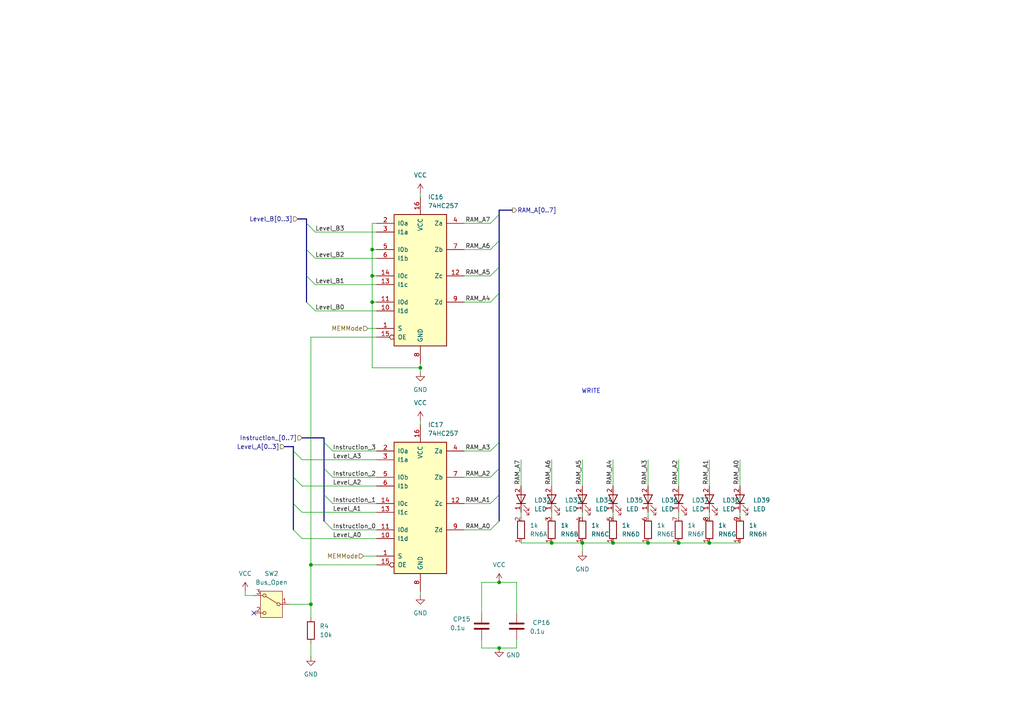
<source format=kicad_sch>
(kicad_sch (version 20231120) (generator "eeschema") (generator_version "8.0")
  (paper "A4")
  (title_block (title "HC4_CPU") (date "2025-03-31") (rev "1.3"))
  (lib_symbols
    (symbol "74xx_2:74HC257" (pin_names (offset 1.016))
      (property "Reference" "IC" (at -7.62 19.05 0))
      (property "Value" "74HC257" (at -7.62 -21.59 0))
      (symbol "74HC257_1_0"
        (pin input line (at -12.7 -15.24 0) (length 5.08) (name "S") (number "1"))
        (pin input line (at -12.7 -10.16 0) (length 5.08) (name "I1d") (number "10"))
        (pin input line (at -12.7 -7.62 0) (length 5.08) (name "I0d") (number "11"))
        (pin tri_state line (at 12.7 0 180) (length 5.08) (name "Zc") (number "12"))
        (pin input line (at -12.7 -2.54 0) (length 5.08) (name "I1c") (number "13"))
        (pin input line (at -12.7 0 0) (length 5.08) (name "I0c") (number "14"))
        (pin input inverted (at -12.7 -17.78 0) (length 5.08) (name "OE") (number "15"))
        (pin power_in line (at 0 22.86 270) (length 5.08) (name "VCC") (number "16"))
        (pin input line (at -12.7 15.24 0) (length 5.08) (name "I0a") (number "2"))
        (pin input line (at -12.7 12.7 0) (length 5.08) (name "I1a") (number "3"))
        (pin tri_state line (at 12.7 15.24 180) (length 5.08) (name "Za") (number "4"))
        (pin input line (at -12.7 7.62 0) (length 5.08) (name "I0b") (number "5"))
        (pin input line (at -12.7 5.08 0) (length 5.08) (name "I1b") (number "6"))
        (pin tri_state line (at 12.7 7.62 180) (length 5.08) (name "Zb") (number "7"))
        (pin power_in line (at 0 -25.4 90) (length 5.08) (name "GND") (number "8"))
        (pin tri_state line (at 12.7 -7.62 180) (length 5.08) (name "Zd") (number "9"))
      )
      (symbol "74HC257_1_1"
        (rectangle (start -7.62 17.78) (end 7.62 -20.32) (stroke (width 0.254)) (fill (type background)))
      )
    )
    (symbol "Device2:C_Bypass" (pin_numbers hide) (pin_names (offset 0.254))
      (property "Reference" "CP" (at 0.635 2.54 0))
      (property "Value" "C_Byp" (at 0.635 -2.54 0))
      (symbol "C_Bypass_0_1"
        (polyline (pts (xy -2.032 -0.762) (xy 2.032 -0.762)) (stroke (width 0.508)))
        (polyline (pts (xy -2.032 0.762) (xy 2.032 0.762)) (stroke (width 0.508)))
      )
      (symbol "C_Bypass_1_1"
        (pin passive line (at 0 3.81 270) (length 2.794) (name "~") (number "1"))
        (pin passive line (at 0 -3.81 90) (length 2.794) (name "~") (number "2"))
      )
    )
    (symbol "Device2:LED_"
      (property "Reference" "LD" (at 0 2.54 0))
      (symbol "LED__0_1"
        (polyline (pts (xy -1.27 -1.27) (xy -1.27 1.27)) (stroke (width 0.254)))
        (polyline (pts (xy -1.27 0) (xy 1.27 0)))
        (polyline (pts (xy 1.27 -1.27) (xy 1.27 1.27) (xy -1.27 0) (xy 1.27 -1.27)) (stroke (width 0.254)))
        (polyline (pts (xy -3.048 -0.762) (xy -4.572 -2.286) (xy -3.81 -2.286) (xy -4.572 -2.286) (xy -4.572 -1.524)))
        (polyline (pts (xy -1.778 -0.762) (xy -3.302 -2.286) (xy -2.54 -2.286) (xy -3.302 -2.286) (xy -3.302 -1.524)))
      )
      (symbol "LED__1_1"
        (pin passive line (at -3.81 0 0) (length 2.54) (name "K") (number "1"))
        (pin passive line (at 3.81 0 180) (length 2.54) (name "") (number "2"))
      )
    )
    (symbol "Device:R" (pin_numbers hide) (pin_names (offset 0))
      (property "Reference" "R" (at 2.032 0 90))
      (property "Value" "R" (at 0 0 90))
      (symbol "R_0_1"
        (rectangle (start -1.016 -2.54) (end 1.016 2.54) (stroke (width 0.254)))
      )
      (symbol "R_1_1"
        (pin passive line (at 0 3.81 270) (length 1.27) (name "~") (number "1"))
        (pin passive line (at 0 -3.81 90) (length 1.27) (name "~") (number "2"))
      )
    )
    (symbol "Device:R_Network08_Split" (pin_names (offset 0) hide)
      (property "Reference" "RN" (at 2.032 0 90))
      (property "Value" "R_Network08_Split" (at 0 0 90))
      (symbol "R_Network08_Split_0_1"
        (rectangle (start 1.016 2.54) (end -1.016 -2.54) (stroke (width 0.254)))
        (pin passive line (at 0 3.81 270) (length 1.27) (name "R1") (number "1"))
      )
      (symbol "R_Network08_Split_1_1"
        (pin passive line (at 0 -3.81 90) (length 1.27) (name "R1.2") (number "2"))
      )
      (symbol "R_Network08_Split_2_1"
        (pin passive line (at 0 -3.81 90) (length 1.27) (name "R2.2") (number "3"))
      )
      (symbol "R_Network08_Split_3_1"
        (pin passive line (at 0 -3.81 90) (length 1.27) (name "R3.2") (number "4"))
      )
      (symbol "R_Network08_Split_4_1"
        (pin passive line (at 0 -3.81 90) (length 1.27) (name "R4.2") (number "5"))
      )
      (symbol "R_Network08_Split_5_1"
        (pin passive line (at 0 -3.81 90) (length 1.27) (name "R5.2") (number "6"))
      )
      (symbol "R_Network08_Split_6_1"
        (pin passive line (at 0 -3.81 90) (length 1.27) (name "R6.2") (number "7"))
      )
      (symbol "R_Network08_Split_7_1"
        (pin passive line (at 0 -3.81 90) (length 1.27) (name "R7.2") (number "8"))
      )
      (symbol "R_Network08_Split_8_1"
        (pin passive line (at 0 -3.81 90) (length 1.27) (name "R8.2") (number "9"))
      )
    )
    (symbol "Switch:SW_SPDT_312" (pin_names (offset 1) hide)
      (property "Reference" "SW" (at 0 5.08 0))
      (property "Value" "SW_SPDT_312" (at 0 -5.08 0))
      (symbol "SW_SPDT_312_0_1"
        (circle (center -2.032 0) (radius 0.4572))
        (polyline (pts (xy -1.651 0.254) (xy 1.651 2.286)))
        (circle (center 2.032 -2.54) (radius 0.4572))
        (circle (center 2.032 2.54) (radius 0.4572))
      )
      (symbol "SW_SPDT_312_1_1"
        (rectangle (start -3.175 3.81) (end 3.175 -3.81) (fill (type background)))
        (pin passive line (at -5.08 0 0) (length 2.54) (name "B") (number "1"))
        (pin passive line (at 5.08 -2.54 180) (length 2.54) (name "C") (number "2"))
        (pin passive line (at 5.08 2.54 180) (length 2.54) (name "A") (number "3"))
      )
    )
    (symbol "power:GND" (power) (pin_numbers hide) (pin_names (offset 0) hide)
      (property "Value" "GND" (at 0 -3.81 0))
      (symbol "GND_0_1"
        (polyline (pts (xy 0 0) (xy 0 -1.27) (xy 1.27 -1.27) (xy 0 -2.54) (xy -1.27 -1.27) (xy 0 -1.27)))
      )
      (symbol "GND_1_1"
        (pin power_in line (at 0 0 270) (length 0) (name "~") (number "1"))
      )
    )
    (symbol "power:VCC" (power) (pin_numbers hide) (pin_names (offset 0) hide)
      (property "Value" "VCC" (at 0 3.556 0))
      (symbol "VCC_0_1"
        (polyline (pts (xy -0.762 1.27) (xy 0 2.54)))
        (polyline (pts (xy 0 0) (xy 0 2.54)))
        (polyline (pts (xy 0 2.54) (xy 0.762 1.27)))
      )
      (symbol "VCC_1_1"
        (pin power_in line (at 0 0 90) (length 0) (name "~") (number "1"))
      )
    )
  )
  (junction (at 107.95 72.39))
  (junction (at 90.17 163.83))
  (junction (at 177.8 157.48))
  (junction (at 187.96 157.48))
  (junction (at 196.85 157.48))
  (junction (at 107.95 87.63))
  (junction (at 160.02 157.48))
  (junction (at 90.17 175.26))
  (junction (at 205.74 157.48))
  (junction (at 144.78 168.91))
  (junction (at 121.92 106.68))
  (junction (at 107.95 80.01))
  (junction (at 144.78 187.96))
  (junction (at 168.91 157.48))
  (no_connect (at 73.66 177.8))
  (bus_entry (at 142.24 64.77) (size 2.54 -2.54))
  (bus_entry (at 93.98 128.27) (size 2.54 2.54))
  (bus_entry (at 88.9 87.63) (size 2.54 2.54))
  (bus_entry (at 142.24 153.67) (size 2.54 -2.54))
  (bus_entry (at 142.24 146.05) (size 2.54 -2.54))
  (bus_entry (at 88.9 72.39) (size 2.54 2.54))
  (bus_entry (at 85.09 138.43) (size 2.54 2.54))
  (bus_entry (at 93.98 151.13) (size 2.54 2.54))
  (bus_entry (at 88.9 80.01) (size 2.54 2.54))
  (bus_entry (at 93.98 143.51) (size 2.54 2.54))
  (bus_entry (at 93.98 135.89) (size 2.54 2.54))
  (bus_entry (at 142.24 87.63) (size 2.54 -2.54))
  (bus_entry (at 142.24 138.43) (size 2.54 -2.54))
  (bus_entry (at 85.09 130.81) (size 2.54 2.54))
  (bus_entry (at 85.09 153.67) (size 2.54 2.54))
  (bus_entry (at 142.24 80.01) (size 2.54 -2.54))
  (bus_entry (at 142.24 130.81) (size 2.54 -2.54))
  (bus_entry (at 85.09 146.05) (size 2.54 2.54))
  (bus_entry (at 142.24 72.39) (size 2.54 -2.54))
  (bus_entry (at 88.9 64.77) (size 2.54 2.54))
  (wire (pts (xy 160.02 149.86) (xy 160.02 148.59)))
  (bus (pts (xy 144.78 85.09) (xy 144.78 128.27)))
  (wire (pts (xy 205.74 149.86) (xy 205.74 148.59)))
  (wire (pts (xy 83.82 175.26) (xy 90.17 175.26)))
  (bus (pts (xy 88.9 80.01) (xy 88.9 87.63)))
  (bus (pts (xy 144.78 60.96) (xy 144.78 62.23)))
  (wire (pts (xy 121.92 105.41) (xy 121.92 106.68)))
  (wire (pts (xy 139.7 177.8) (xy 139.7 168.91)))
  (bus (pts (xy 144.78 60.96) (xy 148.59 60.96)))
  (wire (pts (xy 107.95 80.01) (xy 109.22 80.01)))
  (wire (pts (xy 87.63 140.97) (xy 109.22 140.97)))
  (wire (pts (xy 160.02 140.97) (xy 160.02 133.35)))
  (wire (pts (xy 121.92 121.92) (xy 121.92 123.19)))
  (bus (pts (xy 144.78 128.27) (xy 144.78 135.89)))
  (wire (pts (xy 91.44 74.93) (xy 109.22 74.93)))
  (bus (pts (xy 93.98 127) (xy 87.63 127)))
  (bus (pts (xy 88.9 72.39) (xy 88.9 80.01)))
  (wire (pts (xy 205.74 140.97) (xy 205.74 133.35)))
  (wire (pts (xy 121.92 171.45) (xy 121.92 172.72)))
  (wire (pts (xy 214.63 140.97) (xy 214.63 133.35)))
  (wire (pts (xy 149.86 185.42) (xy 149.86 187.96)))
  (wire (pts (xy 196.85 149.86) (xy 196.85 148.59)))
  (wire (pts (xy 107.95 87.63) (xy 107.95 80.01)))
  (wire (pts (xy 90.17 97.79) (xy 109.22 97.79)))
  (wire (pts (xy 160.02 157.48) (xy 168.91 157.48)))
  (wire (pts (xy 71.12 171.45) (xy 71.12 172.72)))
  (wire (pts (xy 107.95 72.39) (xy 109.22 72.39)))
  (wire (pts (xy 107.95 87.63) (xy 107.95 106.68)))
  (wire (pts (xy 134.62 72.39) (xy 142.24 72.39)))
  (bus (pts (xy 88.9 63.5) (xy 88.9 64.77)))
  (wire (pts (xy 214.63 149.86) (xy 214.63 148.59)))
  (bus (pts (xy 86.36 63.5) (xy 88.9 63.5)))
  (bus (pts (xy 85.09 153.67) (xy 85.09 146.05)))
  (wire (pts (xy 96.52 138.43) (xy 109.22 138.43)))
  (bus (pts (xy 88.9 64.77) (xy 88.9 72.39)))
  (bus (pts (xy 144.78 143.51) (xy 144.78 151.13)))
  (wire (pts (xy 168.91 157.48) (xy 177.8 157.48)))
  (wire (pts (xy 107.95 72.39) (xy 107.95 64.77)))
  (wire (pts (xy 151.13 157.48) (xy 160.02 157.48)))
  (wire (pts (xy 139.7 185.42) (xy 139.7 187.96)))
  (bus (pts (xy 144.78 69.85) (xy 144.78 77.47)))
  (wire (pts (xy 134.62 146.05) (xy 142.24 146.05)))
  (wire (pts (xy 91.44 90.17) (xy 109.22 90.17)))
  (wire (pts (xy 87.63 133.35) (xy 109.22 133.35)))
  (wire (pts (xy 91.44 67.31) (xy 109.22 67.31)))
  (wire (pts (xy 168.91 140.97) (xy 168.91 133.35)))
  (wire (pts (xy 168.91 149.86) (xy 168.91 148.59)))
  (wire (pts (xy 177.8 157.48) (xy 187.96 157.48)))
  (wire (pts (xy 71.12 172.72) (xy 73.66 172.72)))
  (wire (pts (xy 90.17 163.83) (xy 90.17 97.79)))
  (bus (pts (xy 93.98 143.51) (xy 93.98 135.89)))
  (wire (pts (xy 187.96 140.97) (xy 187.96 133.35)))
  (wire (pts (xy 121.92 107.95) (xy 121.92 106.68)))
  (wire (pts (xy 144.78 168.91) (xy 149.86 168.91)))
  (wire (pts (xy 134.62 87.63) (xy 142.24 87.63)))
  (wire (pts (xy 96.52 146.05) (xy 109.22 146.05)))
  (wire (pts (xy 139.7 187.96) (xy 144.78 187.96)))
  (wire (pts (xy 107.95 64.77) (xy 109.22 64.77)))
  (wire (pts (xy 96.52 130.81) (xy 109.22 130.81)))
  (wire (pts (xy 90.17 186.69) (xy 90.17 190.5)))
  (wire (pts (xy 205.74 157.48) (xy 214.63 157.48)))
  (bus (pts (xy 93.98 128.27) (xy 93.98 127)))
  (wire (pts (xy 134.62 153.67) (xy 142.24 153.67)))
  (wire (pts (xy 177.8 140.97) (xy 177.8 133.35)))
  (wire (pts (xy 134.62 64.77) (xy 142.24 64.77)))
  (wire (pts (xy 109.22 87.63) (xy 107.95 87.63)))
  (bus (pts (xy 85.09 138.43) (xy 85.09 130.81)))
  (wire (pts (xy 139.7 168.91) (xy 144.78 168.91)))
  (wire (pts (xy 91.44 82.55) (xy 109.22 82.55)))
  (bus (pts (xy 93.98 135.89) (xy 93.98 128.27)))
  (bus (pts (xy 144.78 135.89) (xy 144.78 143.51)))
  (wire (pts (xy 121.92 55.88) (xy 121.92 57.15)))
  (wire (pts (xy 107.95 80.01) (xy 107.95 72.39)))
  (wire (pts (xy 134.62 130.81) (xy 142.24 130.81)))
  (wire (pts (xy 196.85 140.97) (xy 196.85 133.35)))
  (wire (pts (xy 187.96 157.48) (xy 196.85 157.48)))
  (wire (pts (xy 87.63 156.21) (xy 109.22 156.21)))
  (wire (pts (xy 96.52 153.67) (xy 109.22 153.67)))
  (wire (pts (xy 90.17 175.26) (xy 90.17 179.07)))
  (wire (pts (xy 196.85 157.48) (xy 205.74 157.48)))
  (wire (pts (xy 168.91 157.48) (xy 168.91 160.02)))
  (wire (pts (xy 151.13 140.97) (xy 151.13 133.35)))
  (wire (pts (xy 87.63 148.59) (xy 109.22 148.59)))
  (wire (pts (xy 106.68 95.25) (xy 109.22 95.25)))
  (wire (pts (xy 107.95 106.68) (xy 121.92 106.68)))
  (bus (pts (xy 144.78 62.23) (xy 144.78 69.85)))
  (bus (pts (xy 144.78 77.47) (xy 144.78 85.09)))
  (wire (pts (xy 187.96 149.86) (xy 187.96 148.59)))
  (wire (pts (xy 105.41 161.29) (xy 109.22 161.29)))
  (wire (pts (xy 144.78 187.96) (xy 149.86 187.96)))
  (wire (pts (xy 149.86 168.91) (xy 149.86 177.8)))
  (bus (pts (xy 93.98 151.13) (xy 93.98 143.51)))
  (bus (pts (xy 85.09 129.54) (xy 82.55 129.54)))
  (bus (pts (xy 85.09 130.81) (xy 85.09 129.54)))
  (wire (pts (xy 151.13 149.86) (xy 151.13 148.59)))
  (wire (pts (xy 177.8 149.86) (xy 177.8 148.59)))
  (wire (pts (xy 90.17 175.26) (xy 90.17 163.83)))
  (wire (pts (xy 90.17 163.83) (xy 109.22 163.83)))
  (bus (pts (xy 85.09 146.05) (xy 85.09 138.43)))
  (wire (pts (xy 134.62 138.43) (xy 142.24 138.43)))
  (wire (pts (xy 134.62 80.01) (xy 142.24 80.01)))
  (text "WRITE" (at 171.45 113.538 0) (effects (font (size 1.27 1.27))))
  (label "Level_A3" (at 96.52 133.35 0))
  (label "Instruction_1" (at 96.52 146.05 0))
  (label "Instruction_0" (at 96.52 153.67 0))
  (label "RAM_A1" (at 205.74 133.35 270))
  (label "RAM_A3" (at 187.96 133.35 270))
  (label "Level_B1" (at 91.44 82.55 0))
  (label "RAM_A2" (at 142.24 138.43 180))
  (label "Level_B3" (at 91.44 67.31 0))
  (label "Level_A1" (at 96.52 148.59 0))
  (label "RAM_A7" (at 151.13 133.35 270))
  (label "RAM_A3" (at 142.24 130.81 180))
  (label "Level_B0" (at 91.44 90.17 0))
  (label "RAM_A7" (at 142.24 64.77 180))
  (label "Instruction_2" (at 96.52 138.43 0))
  (label "RAM_A2" (at 196.85 133.35 270))
  (label "RAM_A6" (at 160.02 133.35 270))
  (label "Level_B2" (at 91.44 74.93 0))
  (label "RAM_A5" (at 168.91 133.35 270))
  (label "RAM_A0" (at 142.24 153.67 180))
  (label "RAM_A5" (at 142.24 80.01 180))
  (label "RAM_A4" (at 177.8 133.35 270))
  (label "RAM_A6" (at 142.24 72.39 180))
  (label "Instruction_3" (at 96.52 130.81 0))
  (label "Level_A0" (at 96.52 156.21 0))
  (label "Level_A2" (at 96.52 140.97 0))
  (label "RAM_A4" (at 142.24 87.63 180))
  (label "RAM_A0" (at 214.63 133.35 270))
  (label "RAM_A1" (at 142.24 146.05 180))
  (hierarchical_label "MEMMode" (shape input) (at 106.68 95.25 180))
  (hierarchical_label "Level_A[0..3]" (shape input) (at 82.55 129.54 180))
  (hierarchical_label "RAM_A[0..7]" (shape output) (at 148.59 60.96 0))
  (hierarchical_label "MEMMode" (shape input) (at 105.41 161.29 180))
  (hierarchical_label "Level_B[0..3]" (shape input) (at 86.36 63.5 180))
  (hierarchical_label "Instruction_[0..7]" (shape input) (at 87.63 127 180))
  (symbol (lib_id "Device:R_Network08_Split") (at 205.74 153.67 0) (mirror x) (unit 7)
    (property "Reference" "RN6" (at 208.28 154.9401 0) (effects (justify left)))
    (property "Value" "1k" (at 208.28 152.4001 0) (effects (justify left)))
    (property "Footprint" "Resistor_THT:R_Array_SIP9" (effects (hide yes)))
    (property "Datasheet" "http://www.vishay.com/docs/31509/csc.pdf" (effects (hide yes)))
    (property "Description" "8 resistor network, star topology, bussed resistors, split" (effects (hide yes)))
  )
  (symbol (lib_id "Device:R_Network08_Split") (at 151.13 153.67 0) (mirror x) (unit 1)
    (property "Reference" "RN6" (at 153.67 154.9401 0) (effects (justify left)))
    (property "Value" "1k" (at 153.67 152.4001 0) (effects (justify left)))
    (property "Footprint" "Resistor_THT:R_Array_SIP9" (effects (hide yes)))
    (property "Datasheet" "http://www.vishay.com/docs/31509/csc.pdf" (effects (hide yes)))
    (property "Description" "8 resistor network, star topology, bussed resistors, split" (effects (hide yes)))
  )
  (symbol (lib_id "power:GND") (at 144.78 187.96 0) (unit 1)
    (property "Reference" "#PWR061" (effects (hide yes)))
    (property "Value" "GND" (at 148.844 189.992 0))
    (property "Description" "Power symbol creates a global label with name \"GND\" , ground" (effects (hide yes)))
  )
  (symbol (lib_id "74xx_2:74HC257") (at 121.92 80.01 0) (unit 1)
    (property "Reference" "IC16" (at 124.1141 57.15 0) (effects (justify left)))
    (property "Value" "74HC257" (at 124.1141 59.69 0) (effects (justify left)))
    (property "Footprint" "Package_SO:SO-16_5.3x10.2mm_P1.27mm" (effects (hide yes)))
    (property "Datasheet" "http://www.ti.com/lit/gpn/sn74LS257" (effects (hide yes)))
    (property "Description" "Quad 2 to 1 Multiplexer" (effects (hide yes)))
  )
  (symbol (lib_id "Device2:LED_") (at 151.13 144.78 90) (unit 1)
    (property "Reference" "LD32" (at 154.94 145.0974 90) (effects (justify right)))
    (property "Value" "LED" (at 154.94 147.6374 90) (effects (justify right)))
    (property "Footprint" "LED_THT:LED_Rectangular_W5.0mm_H2.0mm" (effects (hide yes)))
    (property "Description" "Light emitting diode" (effects (hide yes)))
  )
  (symbol (lib_id "Device2:LED_") (at 177.8 144.78 90) (unit 1)
    (property "Reference" "LD35" (at 181.61 145.0974 90) (effects (justify right)))
    (property "Value" "LED" (at 181.61 147.6374 90) (effects (justify right)))
    (property "Footprint" "LED_THT:LED_Rectangular_W5.0mm_H2.0mm" (effects (hide yes)))
    (property "Description" "Light emitting diode" (effects (hide yes)))
  )
  (symbol (lib_id "Device2:C_Bypass") (at 149.86 181.61 0) (unit 1)
    (property "Reference" "CP16" (at 154.432 180.594 0) (effects (justify left)))
    (property "Value" "0.1u" (at 153.67 183.134 0) (effects (justify left)))
    (property "Footprint" "Capacitor_SMD:C_0603_1608Metric" (effects (hide yes)))
    (property "Description" "Bypass Capacitor" (effects (hide yes)))
  )
  (symbol (lib_id "power:VCC") (at 121.92 55.88 0) (unit 1)
    (property "Reference" "#PWR056" (effects (hide yes)))
    (property "Value" "VCC" (at 121.92 50.8 0))
    (property "Description" "Power symbol creates a global label with name \"VCC\"" (effects (hide yes)))
  )
  (symbol (lib_id "Device:R_Network08_Split") (at 187.96 153.67 0) (mirror x) (unit 5)
    (property "Reference" "RN6" (at 190.5 154.9401 0) (effects (justify left)))
    (property "Value" "1k" (at 190.5 152.4001 0) (effects (justify left)))
    (property "Footprint" "Resistor_THT:R_Array_SIP9" (effects (hide yes)))
    (property "Datasheet" "http://www.vishay.com/docs/31509/csc.pdf" (effects (hide yes)))
    (property "Description" "8 resistor network, star topology, bussed resistors, split" (effects (hide yes)))
  )
  (symbol (lib_id "Device2:LED_") (at 214.63 144.78 90) (unit 1)
    (property "Reference" "LD39" (at 218.44 145.0974 90) (effects (justify right)))
    (property "Value" "LED" (at 218.44 147.6374 90) (effects (justify right)))
    (property "Footprint" "LED_THT:LED_Rectangular_W5.0mm_H2.0mm" (effects (hide yes)))
    (property "Description" "Light emitting diode" (effects (hide yes)))
  )
  (symbol (lib_id "power:GND") (at 121.92 107.95 0) (unit 1)
    (property "Reference" "#PWR057" (effects (hide yes)))
    (property "Value" "GND" (at 121.92 113.03 0))
    (property "Description" "Power symbol creates a global label with name \"GND\" , ground" (effects (hide yes)))
  )
  (symbol (lib_id "Device:R_Network08_Split") (at 160.02 153.67 0) (mirror x) (unit 2)
    (property "Reference" "RN6" (at 162.56 154.9401 0) (effects (justify left)))
    (property "Value" "1k" (at 162.56 152.4001 0) (effects (justify left)))
    (property "Footprint" "Resistor_THT:R_Array_SIP9" (effects (hide yes)))
    (property "Datasheet" "http://www.vishay.com/docs/31509/csc.pdf" (effects (hide yes)))
    (property "Description" "8 resistor network, star topology, bussed resistors, split" (effects (hide yes)))
  )
  (symbol (lib_id "Switch:SW_SPDT_312") (at 78.74 175.26 0) (mirror y) (unit 1)
    (property "Reference" "SW2" (at 78.74 166.37 0))
    (property "Value" "Bus_Open" (at 78.74 168.91 0))
    (property "Footprint" "Button_Switch_THT:SW_Slide-03_Wuerth-WS-SLTV_10x2.5x6.4_P2.54mm" (effects (hide yes)))
    (property "Description" "Switch, single pole double throw" (effects (hide yes)))
  )
  (symbol (lib_id "Device2:LED_") (at 205.74 144.78 90) (unit 1)
    (property "Reference" "LD38" (at 209.55 145.0974 90) (effects (justify right)))
    (property "Value" "LED" (at 209.55 147.6374 90) (effects (justify right)))
    (property "Footprint" "LED_THT:LED_Rectangular_W5.0mm_H2.0mm" (effects (hide yes)))
    (property "Description" "Light emitting diode" (effects (hide yes)))
  )
  (symbol (lib_id "Device2:LED_") (at 168.91 144.78 90) (unit 1)
    (property "Reference" "LD34" (at 172.72 145.0974 90) (effects (justify right)))
    (property "Value" "LED" (at 172.72 147.6374 90) (effects (justify right)))
    (property "Footprint" "LED_THT:LED_Rectangular_W5.0mm_H2.0mm" (effects (hide yes)))
    (property "Description" "Light emitting diode" (effects (hide yes)))
  )
  (symbol (lib_id "Device:R_Network08_Split") (at 214.63 153.67 0) (mirror x) (unit 8)
    (property "Reference" "RN6" (at 217.17 154.9401 0) (effects (justify left)))
    (property "Value" "1k" (at 217.17 152.4001 0) (effects (justify left)))
    (property "Footprint" "Resistor_THT:R_Array_SIP9" (effects (hide yes)))
    (property "Datasheet" "http://www.vishay.com/docs/31509/csc.pdf" (effects (hide yes)))
    (property "Description" "8 resistor network, star topology, bussed resistors, split" (effects (hide yes)))
  )
  (symbol (lib_id "Device:R") (at 90.17 182.88 0) (unit 1)
    (property "Reference" "R4" (at 92.71 181.6099 0) (effects (justify left)))
    (property "Value" "10k" (at 92.71 184.1499 0) (effects (justify left)))
    (property "Footprint" "Resistor_SMD:R_0603_1608Metric" (effects (hide yes)))
    (property "Description" "Resistor" (effects (hide yes)))
  )
  (symbol (lib_id "Device2:C_Bypass") (at 139.7 181.61 0) (unit 1)
    (property "Reference" "CP15" (at 131.318 179.578 0) (effects (justify left)))
    (property "Value" "0.1u" (at 130.556 182.118 0) (effects (justify left)))
    (property "Footprint" "Capacitor_SMD:C_0603_1608Metric" (effects (hide yes)))
    (property "Description" "Bypass Capacitor" (effects (hide yes)))
  )
  (symbol (lib_id "Device:R_Network08_Split") (at 168.91 153.67 0) (mirror x) (unit 3)
    (property "Reference" "RN6" (at 171.45 154.9401 0) (effects (justify left)))
    (property "Value" "1k" (at 171.45 152.4001 0) (effects (justify left)))
    (property "Footprint" "Resistor_THT:R_Array_SIP9" (effects (hide yes)))
    (property "Datasheet" "http://www.vishay.com/docs/31509/csc.pdf" (effects (hide yes)))
    (property "Description" "8 resistor network, star topology, bussed resistors, split" (effects (hide yes)))
  )
  (symbol (lib_id "power:VCC") (at 144.78 168.91 0) (unit 1)
    (property "Reference" "#PWR060" (effects (hide yes)))
    (property "Value" "VCC" (at 144.78 163.83 0))
    (property "Description" "Power symbol creates a global label with name \"VCC\"" (effects (hide yes)))
  )
  (symbol (lib_id "Device:R_Network08_Split") (at 196.85 153.67 0) (mirror x) (unit 6)
    (property "Reference" "RN6" (at 199.39 154.9401 0) (effects (justify left)))
    (property "Value" "1k" (at 199.39 152.4001 0) (effects (justify left)))
    (property "Footprint" "Resistor_THT:R_Array_SIP9" (effects (hide yes)))
    (property "Datasheet" "http://www.vishay.com/docs/31509/csc.pdf" (effects (hide yes)))
    (property "Description" "8 resistor network, star topology, bussed resistors, split" (effects (hide yes)))
  )
  (symbol (lib_id "Device2:LED_") (at 160.02 144.78 90) (unit 1)
    (property "Reference" "LD33" (at 163.83 145.0974 90) (effects (justify right)))
    (property "Value" "LED" (at 163.83 147.6374 90) (effects (justify right)))
    (property "Footprint" "LED_THT:LED_Rectangular_W5.0mm_H2.0mm" (effects (hide yes)))
    (property "Description" "Light emitting diode" (effects (hide yes)))
  )
  (symbol (lib_id "Device:R_Network08_Split") (at 177.8 153.67 0) (mirror x) (unit 4)
    (property "Reference" "RN6" (at 180.34 154.9401 0) (effects (justify left)))
    (property "Value" "1k" (at 180.34 152.4001 0) (effects (justify left)))
    (property "Footprint" "Resistor_THT:R_Array_SIP9" (effects (hide yes)))
    (property "Datasheet" "http://www.vishay.com/docs/31509/csc.pdf" (effects (hide yes)))
    (property "Description" "8 resistor network, star topology, bussed resistors, split" (effects (hide yes)))
  )
  (symbol (lib_id "power:GND") (at 168.91 160.02 0) (unit 1)
    (property "Reference" "#PWR062" (effects (hide yes)))
    (property "Value" "GND" (at 168.91 165.1 0))
    (property "Description" "Power symbol creates a global label with name \"GND\" , ground" (effects (hide yes)))
  )
  (symbol (lib_id "74xx_2:74HC257") (at 121.92 146.05 0) (unit 1)
    (property "Reference" "IC17" (at 124.1141 123.19 0) (effects (justify left)))
    (property "Value" "74HC257" (at 124.1141 125.73 0) (effects (justify left)))
    (property "Footprint" "Package_SO:SO-16_5.3x10.2mm_P1.27mm" (effects (hide yes)))
    (property "Datasheet" "http://www.ti.com/lit/gpn/sn74LS257" (effects (hide yes)))
    (property "Description" "Quad 2 to 1 Multiplexer" (effects (hide yes)))
  )
  (symbol (lib_id "power:GND") (at 90.17 190.5 0) (unit 1)
    (property "Reference" "#PWR055" (effects (hide yes)))
    (property "Value" "GND" (at 90.17 195.58 0))
    (property "Description" "Power symbol creates a global label with name \"GND\" , ground" (effects (hide yes)))
  )
  (symbol (lib_id "Device2:LED_") (at 196.85 144.78 90) (unit 1)
    (property "Reference" "LD37" (at 200.66 145.0974 90) (effects (justify right)))
    (property "Value" "LED" (at 200.66 147.6374 90) (effects (justify right)))
    (property "Footprint" "LED_THT:LED_Rectangular_W5.0mm_H2.0mm" (effects (hide yes)))
    (property "Description" "Light emitting diode" (effects (hide yes)))
  )
  (symbol (lib_id "power:VCC") (at 121.92 121.92 0) (unit 1)
    (property "Reference" "#PWR058" (effects (hide yes)))
    (property "Value" "VCC" (at 121.92 116.84 0))
    (property "Description" "Power symbol creates a global label with name \"VCC\"" (effects (hide yes)))
  )
  (symbol (lib_id "Device2:LED_") (at 187.96 144.78 90) (unit 1)
    (property "Reference" "LD36" (at 191.77 145.0974 90) (effects (justify right)))
    (property "Value" "LED" (at 191.77 147.6374 90) (effects (justify right)))
    (property "Footprint" "LED_THT:LED_Rectangular_W5.0mm_H2.0mm" (effects (hide yes)))
    (property "Description" "Light emitting diode" (effects (hide yes)))
  )
  (symbol (lib_id "power:GND") (at 121.92 172.72 0) (unit 1)
    (property "Reference" "#PWR059" (effects (hide yes)))
    (property "Value" "GND" (at 121.92 177.8 0))
    (property "Description" "Power symbol creates a global label with name \"GND\" , ground" (effects (hide yes)))
  )
  (symbol (lib_id "power:VCC") (at 71.12 171.45 0) (unit 1)
    (property "Reference" "#PWR054" (effects (hide yes)))
    (property "Value" "VCC" (at 71.12 166.37 0))
    (property "Description" "Power symbol creates a global label with name \"VCC\"" (effects (hide yes)))
  )
)
</source>
